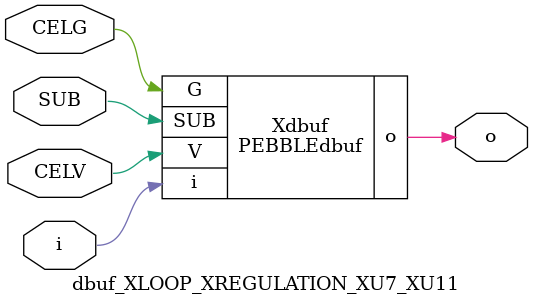
<source format=v>



module PEBBLEdbuf ( o, G, SUB, V, i );

  input V;
  input i;
  input G;
  output o;
  input SUB;
endmodule

//Celera Confidential Do Not Copy dbuf_XLOOP_XREGULATION_XU7_XU11
//Celera Confidential Symbol Generator
//Digital Buffer
module dbuf_XLOOP_XREGULATION_XU7_XU11 (CELV,CELG,i,o,SUB);
input CELV;
input CELG;
input i;
input SUB;
output o;

//Celera Confidential Do Not Copy dbuf
PEBBLEdbuf Xdbuf(
.V (CELV),
.i (i),
.o (o),
.SUB (SUB),
.G (CELG)
);
//,diesize,PEBBLEdbuf

//Celera Confidential Do Not Copy Module End
//Celera Schematic Generator
endmodule

</source>
